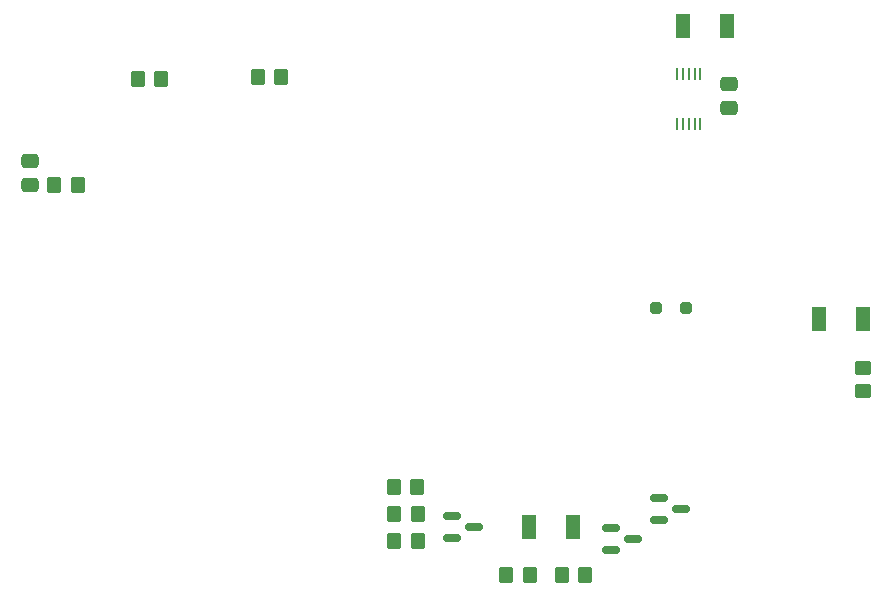
<source format=gtp>
G04 #@! TF.GenerationSoftware,KiCad,Pcbnew,8.0.3*
G04 #@! TF.CreationDate,2024-06-12T20:13:02+02:00*
G04 #@! TF.ProjectId,Li Ion Doctor,4c692049-6f6e-4204-946f-63746f722e6b,1*
G04 #@! TF.SameCoordinates,Original*
G04 #@! TF.FileFunction,Paste,Top*
G04 #@! TF.FilePolarity,Positive*
%FSLAX46Y46*%
G04 Gerber Fmt 4.6, Leading zero omitted, Abs format (unit mm)*
G04 Created by KiCad (PCBNEW 8.0.3) date 2024-06-12 20:13:02*
%MOMM*%
%LPD*%
G01*
G04 APERTURE LIST*
G04 Aperture macros list*
%AMRoundRect*
0 Rectangle with rounded corners*
0 $1 Rounding radius*
0 $2 $3 $4 $5 $6 $7 $8 $9 X,Y pos of 4 corners*
0 Add a 4 corners polygon primitive as box body*
4,1,4,$2,$3,$4,$5,$6,$7,$8,$9,$2,$3,0*
0 Add four circle primitives for the rounded corners*
1,1,$1+$1,$2,$3*
1,1,$1+$1,$4,$5*
1,1,$1+$1,$6,$7*
1,1,$1+$1,$8,$9*
0 Add four rect primitives between the rounded corners*
20,1,$1+$1,$2,$3,$4,$5,0*
20,1,$1+$1,$4,$5,$6,$7,0*
20,1,$1+$1,$6,$7,$8,$9,0*
20,1,$1+$1,$8,$9,$2,$3,0*%
G04 Aperture macros list end*
%ADD10RoundRect,0.250000X-0.250000X-0.250000X0.250000X-0.250000X0.250000X0.250000X-0.250000X0.250000X0*%
%ADD11RoundRect,0.150000X-0.587500X-0.150000X0.587500X-0.150000X0.587500X0.150000X-0.587500X0.150000X0*%
%ADD12R,1.250000X2.000000*%
%ADD13RoundRect,0.250000X-0.350000X-0.450000X0.350000X-0.450000X0.350000X0.450000X-0.350000X0.450000X0*%
%ADD14RoundRect,0.250000X-0.450000X0.350000X-0.450000X-0.350000X0.450000X-0.350000X0.450000X0.350000X0*%
%ADD15RoundRect,0.250000X0.350000X0.450000X-0.350000X0.450000X-0.350000X-0.450000X0.350000X-0.450000X0*%
%ADD16R,0.250000X1.100000*%
%ADD17RoundRect,0.250000X0.475000X-0.337500X0.475000X0.337500X-0.475000X0.337500X-0.475000X-0.337500X0*%
%ADD18RoundRect,0.250000X-0.475000X0.337500X-0.475000X-0.337500X0.475000X-0.337500X0.475000X0.337500X0*%
G04 APERTURE END LIST*
D10*
X165930000Y-109890000D03*
X168430000Y-109890000D03*
D11*
X166143300Y-125912800D03*
X166143300Y-127812800D03*
X168018300Y-126862800D03*
D12*
X155124300Y-128386800D03*
X158874300Y-128386800D03*
D13*
X153206700Y-132511800D03*
X155206700Y-132511800D03*
D11*
X148607300Y-127472400D03*
X148607300Y-129372400D03*
X150482300Y-128422400D03*
D13*
X157899100Y-132486400D03*
X159899100Y-132486400D03*
X143732500Y-127279400D03*
X145732500Y-127279400D03*
D11*
X162079300Y-128452800D03*
X162079300Y-130352800D03*
X163954300Y-129402800D03*
D13*
X114925600Y-99466400D03*
X116925600Y-99466400D03*
D14*
X183438800Y-114916200D03*
X183438800Y-116916200D03*
D15*
X145675100Y-125023800D03*
X143675100Y-125023800D03*
D12*
X168148000Y-86004400D03*
X171898000Y-86004400D03*
D16*
X169656000Y-90022700D03*
X169156000Y-90022700D03*
X168656000Y-90022700D03*
X168156000Y-90022700D03*
X167656000Y-90022700D03*
X167656000Y-94322700D03*
X168156000Y-94322700D03*
X168656000Y-94322700D03*
X169156000Y-94322700D03*
X169656000Y-94322700D03*
D13*
X143732500Y-129565400D03*
X145732500Y-129565400D03*
D15*
X134156200Y-90347800D03*
X132156200Y-90347800D03*
D17*
X172085000Y-92956200D03*
X172085000Y-90881200D03*
D13*
X122000000Y-90500000D03*
X124000000Y-90500000D03*
D18*
X112877600Y-97383600D03*
X112877600Y-99458600D03*
D12*
X179658800Y-110820200D03*
X183408800Y-110820200D03*
M02*

</source>
